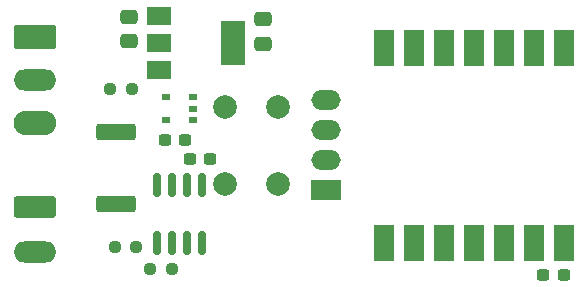
<source format=gbr>
%TF.GenerationSoftware,KiCad,Pcbnew,8.0.3*%
%TF.CreationDate,2024-06-15T12:10:25-04:00*%
%TF.ProjectId,RP2040_Count,52503230-3430-45f4-936f-756e742e6b69,v2*%
%TF.SameCoordinates,Original*%
%TF.FileFunction,Soldermask,Top*%
%TF.FilePolarity,Negative*%
%FSLAX46Y46*%
G04 Gerber Fmt 4.6, Leading zero omitted, Abs format (unit mm)*
G04 Created by KiCad (PCBNEW 8.0.3) date 2024-06-15 12:10:25*
%MOMM*%
%LPD*%
G01*
G04 APERTURE LIST*
G04 Aperture macros list*
%AMRoundRect*
0 Rectangle with rounded corners*
0 $1 Rounding radius*
0 $2 $3 $4 $5 $6 $7 $8 $9 X,Y pos of 4 corners*
0 Add a 4 corners polygon primitive as box body*
4,1,4,$2,$3,$4,$5,$6,$7,$8,$9,$2,$3,0*
0 Add four circle primitives for the rounded corners*
1,1,$1+$1,$2,$3*
1,1,$1+$1,$4,$5*
1,1,$1+$1,$6,$7*
1,1,$1+$1,$8,$9*
0 Add four rect primitives between the rounded corners*
20,1,$1+$1,$2,$3,$4,$5,0*
20,1,$1+$1,$4,$5,$6,$7,0*
20,1,$1+$1,$6,$7,$8,$9,0*
20,1,$1+$1,$8,$9,$2,$3,0*%
G04 Aperture macros list end*
%ADD10RoundRect,0.249999X1.425001X-0.450001X1.425001X0.450001X-1.425001X0.450001X-1.425001X-0.450001X0*%
%ADD11RoundRect,0.250000X-1.550000X0.650000X-1.550000X-0.650000X1.550000X-0.650000X1.550000X0.650000X0*%
%ADD12O,3.600000X1.800000*%
%ADD13RoundRect,0.237500X0.250000X0.237500X-0.250000X0.237500X-0.250000X-0.237500X0.250000X-0.237500X0*%
%ADD14RoundRect,0.237500X-0.300000X-0.237500X0.300000X-0.237500X0.300000X0.237500X-0.300000X0.237500X0*%
%ADD15R,0.700000X0.510000*%
%ADD16RoundRect,0.150000X0.150000X-0.825000X0.150000X0.825000X-0.150000X0.825000X-0.150000X-0.825000X0*%
%ADD17RoundRect,0.250000X0.475000X-0.337500X0.475000X0.337500X-0.475000X0.337500X-0.475000X-0.337500X0*%
%ADD18R,1.600000X1.600000*%
%ADD19R,1.700000X3.030000*%
%ADD20C,1.600000*%
%ADD21RoundRect,0.237500X-0.250000X-0.237500X0.250000X-0.237500X0.250000X0.237500X-0.250000X0.237500X0*%
%ADD22R,2.000000X1.500000*%
%ADD23R,2.000000X3.800000*%
%ADD24RoundRect,0.237500X0.300000X0.237500X-0.300000X0.237500X-0.300000X-0.237500X0.300000X-0.237500X0*%
%ADD25RoundRect,0.291667X-1.508333X0.758333X-1.508333X-0.758333X1.508333X-0.758333X1.508333X0.758333X0*%
%ADD26O,3.600000X2.100000*%
%ADD27R,2.500000X1.700000*%
%ADD28O,2.500000X1.700000*%
%ADD29C,2.000000*%
G04 APERTURE END LIST*
D10*
%TO.C,R2*%
X112200000Y-91800000D03*
X112200000Y-85700000D03*
%TD*%
D11*
%TO.C,TB1*%
X105357500Y-92112500D03*
D12*
X105357500Y-95922500D03*
%TD*%
D13*
%TO.C,R3*%
X116912500Y-97300000D03*
X115087500Y-97300000D03*
%TD*%
D14*
%TO.C,C6*%
X148375000Y-97800000D03*
X150100000Y-97800000D03*
%TD*%
%TO.C,C1*%
X116337500Y-86400000D03*
X118062500Y-86400000D03*
%TD*%
D15*
%TO.C,U1*%
X118720000Y-84700000D03*
X118720000Y-83750000D03*
X118720000Y-82800000D03*
X116400000Y-82800000D03*
X116400000Y-84700000D03*
%TD*%
D16*
%TO.C,U4*%
X115645000Y-95145000D03*
X116915000Y-95145000D03*
X118185000Y-95145000D03*
X119455000Y-95145000D03*
X119455000Y-90195000D03*
X118185000Y-90195000D03*
X116915000Y-90195000D03*
X115645000Y-90195000D03*
%TD*%
D17*
%TO.C,C4*%
X124600000Y-78237500D03*
X124600000Y-76162500D03*
%TD*%
D18*
%TO.C,U2*%
X150100000Y-79260000D03*
D19*
X150100001Y-78595000D03*
D20*
X147560000Y-79260000D03*
D19*
X147560000Y-78595000D03*
D20*
X145020000Y-79260000D03*
D19*
X145020000Y-78595000D03*
D20*
X142480000Y-79260000D03*
D19*
X142480000Y-78595000D03*
D20*
X139940000Y-79260000D03*
D19*
X139940000Y-78595000D03*
D20*
X137400000Y-79260000D03*
D19*
X137400000Y-78595000D03*
D20*
X134860000Y-79260000D03*
D19*
X134860000Y-78595000D03*
X134860000Y-95165000D03*
D20*
X134860000Y-94500000D03*
D19*
X137400000Y-95165000D03*
D20*
X137400000Y-94500000D03*
D19*
X139940000Y-95165000D03*
D20*
X139940000Y-94500000D03*
D19*
X142480000Y-95165000D03*
D20*
X142480000Y-94500000D03*
D19*
X145020000Y-95165000D03*
D20*
X145020000Y-94500000D03*
D19*
X147560000Y-95165000D03*
D20*
X147560000Y-94500000D03*
X150100000Y-94500000D03*
D19*
X150100000Y-95165000D03*
%TD*%
D21*
%TO.C,R1*%
X111687500Y-82100000D03*
X113512500Y-82100000D03*
%TD*%
D22*
%TO.C,U3*%
X115800000Y-75900000D03*
X115800000Y-78200000D03*
D23*
X122100000Y-78200000D03*
D22*
X115800000Y-80500000D03*
%TD*%
D24*
%TO.C,C5*%
X120185000Y-87990000D03*
X118460000Y-87990000D03*
%TD*%
D17*
%TO.C,C3*%
X113300000Y-78037500D03*
X113300000Y-75962500D03*
%TD*%
D13*
%TO.C,R4*%
X113922500Y-95490000D03*
X112097500Y-95490000D03*
%TD*%
D25*
%TO.C,J2*%
X105357500Y-77680000D03*
D12*
X105357500Y-81340000D03*
D26*
X105357500Y-85000000D03*
%TD*%
D27*
%TO.C,J3*%
X130010000Y-90620000D03*
D28*
X130010000Y-88120000D03*
X130010000Y-85520000D03*
X130010000Y-83020000D03*
%TD*%
D29*
%TO.C,SW1*%
X125900000Y-90100000D03*
X125900000Y-83600000D03*
X121400000Y-90100000D03*
X121400000Y-83600000D03*
%TD*%
M02*

</source>
